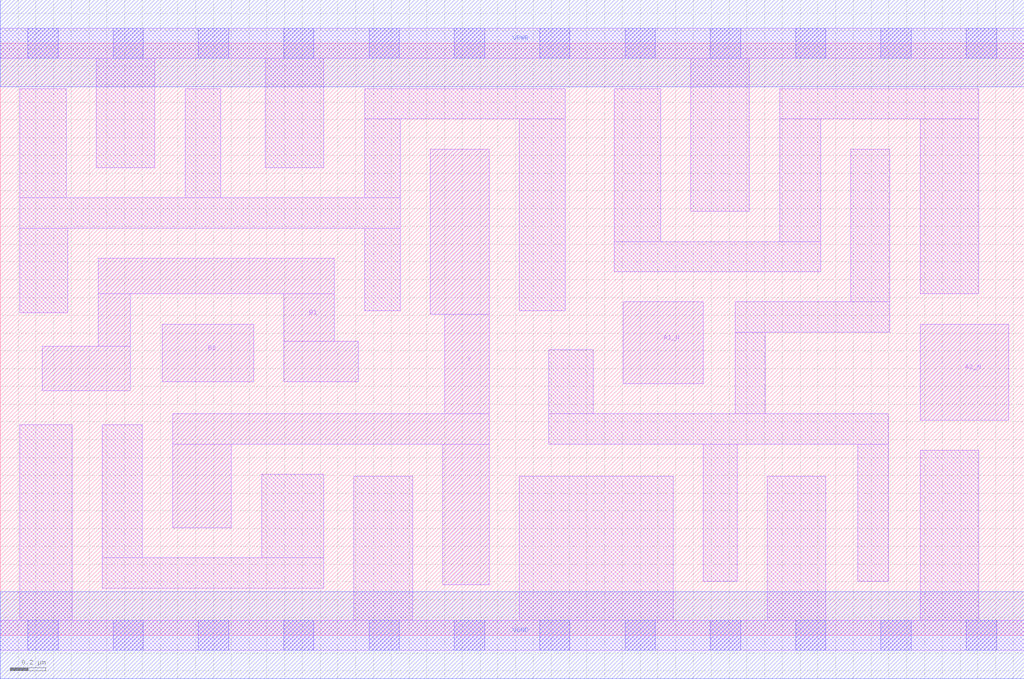
<source format=lef>
# Copyright 2020 The SkyWater PDK Authors
#
# Licensed under the Apache License, Version 2.0 (the "License");
# you may not use this file except in compliance with the License.
# You may obtain a copy of the License at
#
#     https://www.apache.org/licenses/LICENSE-2.0
#
# Unless required by applicable law or agreed to in writing, software
# distributed under the License is distributed on an "AS IS" BASIS,
# WITHOUT WARRANTIES OR CONDITIONS OF ANY KIND, either express or implied.
# See the License for the specific language governing permissions and
# limitations under the License.
#
# SPDX-License-Identifier: Apache-2.0

VERSION 5.7 ;
  NAMESCASESENSITIVE ON ;
  NOWIREEXTENSIONATPIN ON ;
  DIVIDERCHAR "/" ;
  BUSBITCHARS "[]" ;
UNITS
  DATABASE MICRONS 200 ;
END UNITS
MACRO sky130_fd_sc_lp__a2bb2oi_2
  CLASS CORE ;
  FOREIGN sky130_fd_sc_lp__a2bb2oi_2 ;
  ORIGIN  0.000000  0.000000 ;
  SIZE  5.760000 BY  3.330000 ;
  SYMMETRY X Y R90 ;
  SITE unit ;
  PIN A1_N
    ANTENNAGATEAREA  0.630000 ;
    DIRECTION INPUT ;
    USE SIGNAL ;
    PORT
      LAYER li1 ;
        RECT 3.505000 1.415000 3.955000 1.875000 ;
    END
  END A1_N
  PIN A2_N
    ANTENNAGATEAREA  0.630000 ;
    DIRECTION INPUT ;
    USE SIGNAL ;
    PORT
      LAYER li1 ;
        RECT 5.175000 1.210000 5.675000 1.750000 ;
    END
  END A2_N
  PIN B1
    ANTENNAGATEAREA  0.630000 ;
    DIRECTION INPUT ;
    USE SIGNAL ;
    PORT
      LAYER li1 ;
        RECT 0.235000 1.375000 0.730000 1.625000 ;
        RECT 0.550000 1.625000 0.730000 1.920000 ;
        RECT 0.550000 1.920000 1.880000 2.120000 ;
        RECT 1.595000 1.425000 2.015000 1.655000 ;
        RECT 1.595000 1.655000 1.880000 1.920000 ;
    END
  END B1
  PIN B2
    ANTENNAGATEAREA  0.630000 ;
    DIRECTION INPUT ;
    USE SIGNAL ;
    PORT
      LAYER li1 ;
        RECT 0.910000 1.425000 1.425000 1.750000 ;
    END
  END B2
  PIN Y
    ANTENNADIFFAREA  0.823200 ;
    DIRECTION OUTPUT ;
    USE SIGNAL ;
    PORT
      LAYER li1 ;
        RECT 0.970000 0.605000 1.300000 1.075000 ;
        RECT 0.970000 1.075000 2.750000 1.245000 ;
        RECT 2.420000 1.805000 2.750000 2.735000 ;
        RECT 2.490000 0.285000 2.750000 1.075000 ;
        RECT 2.500000 1.245000 2.750000 1.805000 ;
    END
  END Y
  PIN VGND
    DIRECTION INOUT ;
    USE GROUND ;
    PORT
      LAYER met1 ;
        RECT 0.000000 -0.245000 5.760000 0.245000 ;
    END
  END VGND
  PIN VPWR
    DIRECTION INOUT ;
    USE POWER ;
    PORT
      LAYER met1 ;
        RECT 0.000000 3.085000 5.760000 3.575000 ;
    END
  END VPWR
  OBS
    LAYER li1 ;
      RECT 0.000000 -0.085000 5.760000 0.085000 ;
      RECT 0.000000  3.245000 5.760000 3.415000 ;
      RECT 0.110000  0.085000 0.405000 1.185000 ;
      RECT 0.110000  1.815000 0.380000 2.290000 ;
      RECT 0.110000  2.290000 2.250000 2.460000 ;
      RECT 0.110000  2.460000 0.370000 3.075000 ;
      RECT 0.540000  2.630000 0.870000 3.245000 ;
      RECT 0.575000  0.265000 1.820000 0.435000 ;
      RECT 0.575000  0.435000 0.800000 1.185000 ;
      RECT 1.040000  2.460000 1.240000 3.075000 ;
      RECT 1.470000  0.435000 1.820000 0.905000 ;
      RECT 1.490000  2.630000 1.820000 3.245000 ;
      RECT 1.990000  0.085000 2.320000 0.895000 ;
      RECT 2.050000  1.825000 2.250000 2.290000 ;
      RECT 2.050000  2.460000 2.250000 2.905000 ;
      RECT 2.050000  2.905000 3.180000 3.075000 ;
      RECT 2.920000  0.085000 3.785000 0.895000 ;
      RECT 2.920000  1.825000 3.180000 2.905000 ;
      RECT 3.085000  1.075000 4.995000 1.245000 ;
      RECT 3.085000  1.245000 3.335000 1.605000 ;
      RECT 3.455000  2.045000 4.615000 2.215000 ;
      RECT 3.455000  2.215000 3.715000 3.075000 ;
      RECT 3.885000  2.385000 4.215000 3.245000 ;
      RECT 3.955000  0.305000 4.145000 1.075000 ;
      RECT 4.135000  1.245000 4.305000 1.705000 ;
      RECT 4.135000  1.705000 5.005000 1.875000 ;
      RECT 4.315000  0.085000 4.645000 0.895000 ;
      RECT 4.385000  2.215000 4.615000 2.905000 ;
      RECT 4.385000  2.905000 5.505000 3.075000 ;
      RECT 4.785000  1.875000 5.005000 2.735000 ;
      RECT 4.825000  0.305000 4.995000 1.075000 ;
      RECT 5.175000  0.085000 5.505000 1.040000 ;
      RECT 5.175000  1.920000 5.505000 2.905000 ;
    LAYER mcon ;
      RECT 0.155000 -0.085000 0.325000 0.085000 ;
      RECT 0.155000  3.245000 0.325000 3.415000 ;
      RECT 0.635000 -0.085000 0.805000 0.085000 ;
      RECT 0.635000  3.245000 0.805000 3.415000 ;
      RECT 1.115000 -0.085000 1.285000 0.085000 ;
      RECT 1.115000  3.245000 1.285000 3.415000 ;
      RECT 1.595000 -0.085000 1.765000 0.085000 ;
      RECT 1.595000  3.245000 1.765000 3.415000 ;
      RECT 2.075000 -0.085000 2.245000 0.085000 ;
      RECT 2.075000  3.245000 2.245000 3.415000 ;
      RECT 2.555000 -0.085000 2.725000 0.085000 ;
      RECT 2.555000  3.245000 2.725000 3.415000 ;
      RECT 3.035000 -0.085000 3.205000 0.085000 ;
      RECT 3.035000  3.245000 3.205000 3.415000 ;
      RECT 3.515000 -0.085000 3.685000 0.085000 ;
      RECT 3.515000  3.245000 3.685000 3.415000 ;
      RECT 3.995000 -0.085000 4.165000 0.085000 ;
      RECT 3.995000  3.245000 4.165000 3.415000 ;
      RECT 4.475000 -0.085000 4.645000 0.085000 ;
      RECT 4.475000  3.245000 4.645000 3.415000 ;
      RECT 4.955000 -0.085000 5.125000 0.085000 ;
      RECT 4.955000  3.245000 5.125000 3.415000 ;
      RECT 5.435000 -0.085000 5.605000 0.085000 ;
      RECT 5.435000  3.245000 5.605000 3.415000 ;
  END
END sky130_fd_sc_lp__a2bb2oi_2
END LIBRARY

</source>
